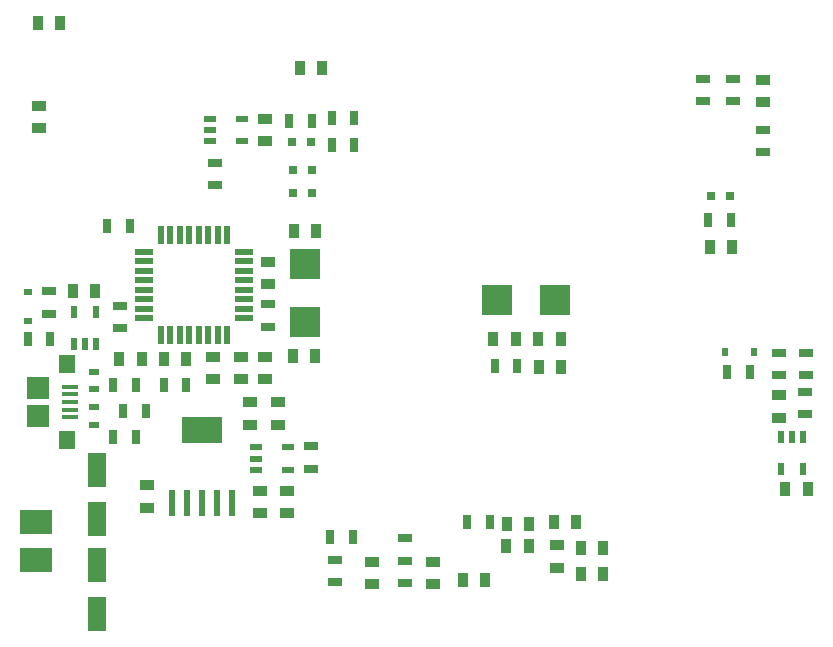
<source format=gtp>
G04*
G04 #@! TF.GenerationSoftware,Altium Limited,Altium Designer,21.0.8 (223)*
G04*
G04 Layer_Color=8421504*
%FSLAX44Y44*%
%MOMM*%
G71*
G04*
G04 #@! TF.SameCoordinates,CB068B56-A197-48A0-A871-B344E5AE3D22*
G04*
G04*
G04 #@! TF.FilePolarity,Positive*
G04*
G01*
G75*
%ADD14R,0.9000X1.3000*%
%ADD15R,0.5500X1.0000*%
%ADD16R,1.3000X0.7000*%
%ADD17R,0.7000X1.3000*%
%ADD18R,0.6858X0.5588*%
%ADD19R,0.5588X0.6858*%
%ADD20R,0.6000X2.2000*%
%ADD21R,3.5000X2.2000*%
%ADD22R,1.3500X0.4000*%
%ADD23R,1.4000X1.6000*%
%ADD24R,1.9000X1.9000*%
%ADD25R,1.3000X0.9000*%
%ADD26R,0.8000X0.8000*%
%ADD27R,1.5000X0.5500*%
%ADD28R,0.5500X1.5000*%
%ADD29R,2.7000X2.0000*%
%ADD30R,1.6000X3.0000*%
%ADD31R,0.9000X0.6000*%
%ADD32R,2.6000X2.5000*%
%ADD33R,2.5000X2.6000*%
%ADD34R,1.0000X0.5500*%
D14*
X70500Y295000D02*
D03*
X51500D02*
D03*
X21500Y522000D02*
D03*
X40500D02*
D03*
X673500Y127000D02*
D03*
X654500D02*
D03*
X438000Y98000D02*
D03*
X419000D02*
D03*
X256500Y240000D02*
D03*
X237500D02*
D03*
X445750Y230750D02*
D03*
X464750D02*
D03*
X128500Y237000D02*
D03*
X147500D02*
D03*
X238500Y346000D02*
D03*
X257500D02*
D03*
X500500Y55000D02*
D03*
X481500D02*
D03*
X609500Y332000D02*
D03*
X590500D02*
D03*
X381500Y50000D02*
D03*
X400500D02*
D03*
X500500Y77000D02*
D03*
X481500D02*
D03*
X243500Y484000D02*
D03*
X262500D02*
D03*
X437375Y79000D02*
D03*
X418375D02*
D03*
X477500Y99000D02*
D03*
X458500D02*
D03*
X426379Y254632D02*
D03*
X407379D02*
D03*
X445500Y254000D02*
D03*
X464500D02*
D03*
X90500Y237000D02*
D03*
X109500D02*
D03*
D15*
X71000Y277000D02*
D03*
X52000D02*
D03*
X71000Y250000D02*
D03*
X61500D02*
D03*
X52000D02*
D03*
X669750Y171500D02*
D03*
X660250D02*
D03*
X650750D02*
D03*
X669750Y144500D02*
D03*
X650750D02*
D03*
D16*
X172000Y384500D02*
D03*
Y403500D02*
D03*
X217000Y283500D02*
D03*
Y264500D02*
D03*
X610000Y455500D02*
D03*
Y474500D02*
D03*
X585000D02*
D03*
Y455500D02*
D03*
X636000Y412500D02*
D03*
Y431500D02*
D03*
X253000Y163500D02*
D03*
Y144500D02*
D03*
X649000Y223500D02*
D03*
Y242500D02*
D03*
X333000Y47500D02*
D03*
Y66500D02*
D03*
Y85500D02*
D03*
Y66500D02*
D03*
X91000Y282500D02*
D03*
Y263500D02*
D03*
X671000Y190500D02*
D03*
Y209500D02*
D03*
X31000Y294500D02*
D03*
Y275500D02*
D03*
X672000Y242500D02*
D03*
Y223500D02*
D03*
X273000Y48500D02*
D03*
Y67500D02*
D03*
D17*
X289750Y441500D02*
D03*
X270750D02*
D03*
Y418500D02*
D03*
X289750D02*
D03*
X80500Y350000D02*
D03*
X99500D02*
D03*
X85500Y215000D02*
D03*
X104500D02*
D03*
X113000Y193000D02*
D03*
X94000D02*
D03*
X104500Y171000D02*
D03*
X85500D02*
D03*
X385500Y99000D02*
D03*
X404500D02*
D03*
X253500Y439000D02*
D03*
X234500D02*
D03*
X408500Y231000D02*
D03*
X427500D02*
D03*
X608500Y355000D02*
D03*
X589500D02*
D03*
X13000Y254000D02*
D03*
X32000D02*
D03*
X288500Y87000D02*
D03*
X269500D02*
D03*
X147500Y215000D02*
D03*
X128500D02*
D03*
X624500Y226000D02*
D03*
X605500D02*
D03*
D18*
X13000Y294192D02*
D03*
Y269808D02*
D03*
D19*
X628192Y243000D02*
D03*
X603808D02*
D03*
D20*
X135600Y115000D02*
D03*
X148300D02*
D03*
X161000D02*
D03*
X173700D02*
D03*
X186400D02*
D03*
D21*
X161000Y177000D02*
D03*
D22*
X48745Y214000D02*
D03*
Y207500D02*
D03*
Y201000D02*
D03*
Y194500D02*
D03*
Y188000D02*
D03*
D23*
X46495Y233000D02*
D03*
Y169000D02*
D03*
D24*
X21995Y213000D02*
D03*
Y189000D02*
D03*
D25*
X214000Y239000D02*
D03*
Y220000D02*
D03*
X194000D02*
D03*
Y239000D02*
D03*
X170000Y220000D02*
D03*
Y239000D02*
D03*
X23000Y451500D02*
D03*
Y432500D02*
D03*
X201000Y200500D02*
D03*
Y181500D02*
D03*
X217000Y300500D02*
D03*
Y319500D02*
D03*
X636000Y473500D02*
D03*
Y454500D02*
D03*
X210000Y106500D02*
D03*
Y125500D02*
D03*
X114000Y111500D02*
D03*
Y130500D02*
D03*
X356000Y46500D02*
D03*
Y65500D02*
D03*
X305000Y46500D02*
D03*
Y65500D02*
D03*
X461000Y79500D02*
D03*
Y60500D02*
D03*
X214000Y440500D02*
D03*
Y421500D02*
D03*
X225000Y181500D02*
D03*
Y200500D02*
D03*
X233000Y106500D02*
D03*
Y125500D02*
D03*
X649000Y206500D02*
D03*
Y187500D02*
D03*
D26*
X254000Y378000D02*
D03*
X238000D02*
D03*
X254000Y397000D02*
D03*
X238000D02*
D03*
X253000Y421000D02*
D03*
X237000D02*
D03*
X608000Y375000D02*
D03*
X592000D02*
D03*
D27*
X196000Y272000D02*
D03*
Y328000D02*
D03*
Y320000D02*
D03*
Y312000D02*
D03*
Y304000D02*
D03*
Y296000D02*
D03*
Y288000D02*
D03*
Y280000D02*
D03*
X112000Y328000D02*
D03*
Y304000D02*
D03*
Y288000D02*
D03*
Y312000D02*
D03*
Y272000D02*
D03*
Y280000D02*
D03*
Y296000D02*
D03*
Y320000D02*
D03*
D28*
X174000Y342000D02*
D03*
X182000D02*
D03*
X150000Y258000D02*
D03*
X134000D02*
D03*
X126000Y342000D02*
D03*
X150000D02*
D03*
X142000D02*
D03*
X158000Y258000D02*
D03*
X142000D02*
D03*
X166000Y342000D02*
D03*
Y258000D02*
D03*
X126000D02*
D03*
X134000Y342000D02*
D03*
X158000D02*
D03*
X174000Y258000D02*
D03*
X182000D02*
D03*
D29*
X20000Y67000D02*
D03*
Y99000D02*
D03*
D30*
X72000Y62500D02*
D03*
Y21500D02*
D03*
Y143000D02*
D03*
Y102000D02*
D03*
D31*
X69000Y181500D02*
D03*
Y196500D02*
D03*
Y226500D02*
D03*
Y211500D02*
D03*
D32*
X248000Y317500D02*
D03*
Y268500D02*
D03*
D33*
X410500Y287000D02*
D03*
X459500D02*
D03*
D34*
X194500Y421500D02*
D03*
Y440500D02*
D03*
X167500Y421500D02*
D03*
Y431000D02*
D03*
Y440500D02*
D03*
X233500Y143500D02*
D03*
Y162500D02*
D03*
X206500Y143500D02*
D03*
Y153000D02*
D03*
Y162500D02*
D03*
M02*

</source>
